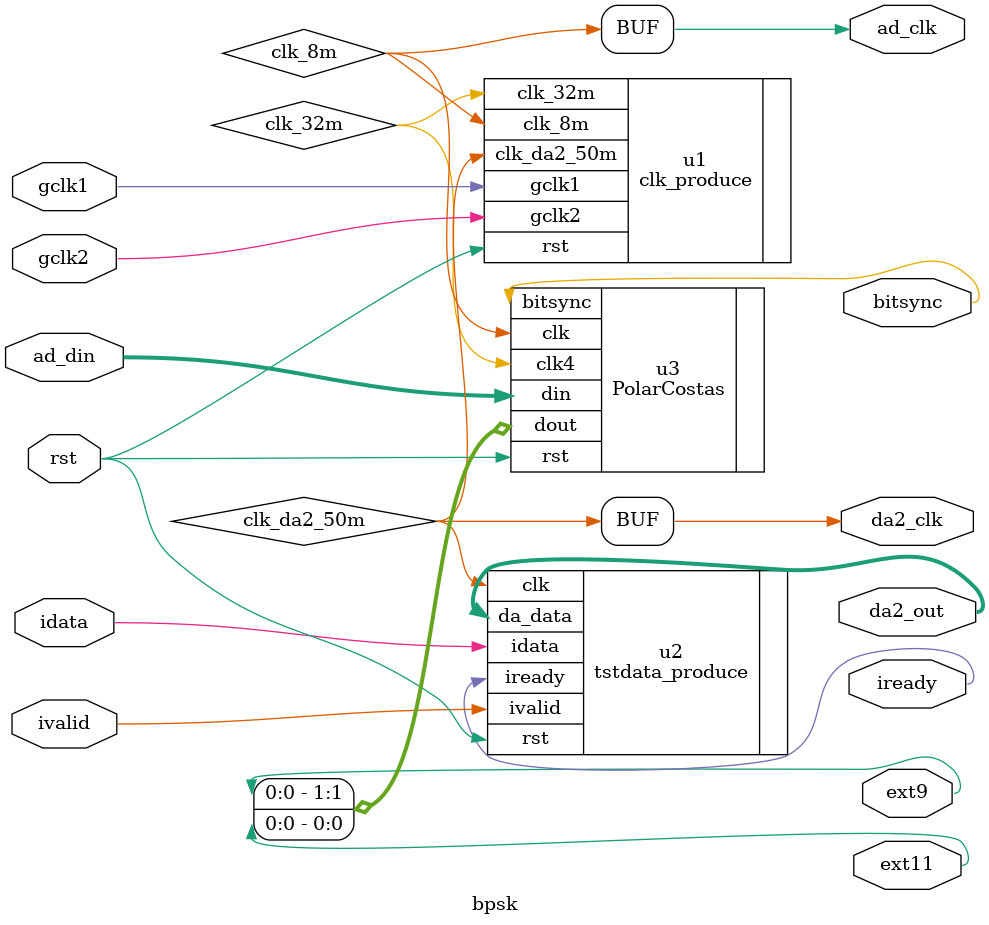
<source format=v>
`timescale 1ns / 1ps

module bpsk(
    //2路系统时钟及一路复位信号
    input gclk1,
    input gclk2,
    input rst,
	 
	 input idata,
	 output iready,
	 input ivalid,
	 output ext9,  //解调输出同相支路数据
	 output ext11,  //解调输出正交支路数据
	 output bitsync,
	 //DA通道
    output da2_clk,       
    output [7:0] da2_out, //滤波后输出的信号
	 
	 //1路AD通道
    output ad_clk,        //AD采样时钟:2MHz
    input [7:0] ad_din
    );


	wire clk_da2_50m;
	wire clk_32m    ;
	wire clk_8m     ;

   assign da2_clk = clk_da2_50m;
	assign ad_clk  = clk_8m;


   clk_produce u1 (
     .rst(rst), 
     .gclk1(gclk1), 
     .gclk2(gclk2), 
     .clk_da2_50m(clk_da2_50m), 
     .clk_32m(clk_32m), 
     .clk_8m(clk_8m));
   
	tstdata_produce u2(
		.rst(rst),
		.iready(iready),
		.idata(idata),
		.ivalid(ivalid),
		.clk(clk_da2_50m), 
      .da_data(da2_out));
	//wire bitsync;
	PolarCostas u3(
		 .rst(rst),
		 .clk(clk_8m),
		 .clk4(clk_32m) ,
		 .din(ad_din),
		 .bitsync(bitsync),
		 .dout({ext9,ext11}));
		 
endmodule

</source>
